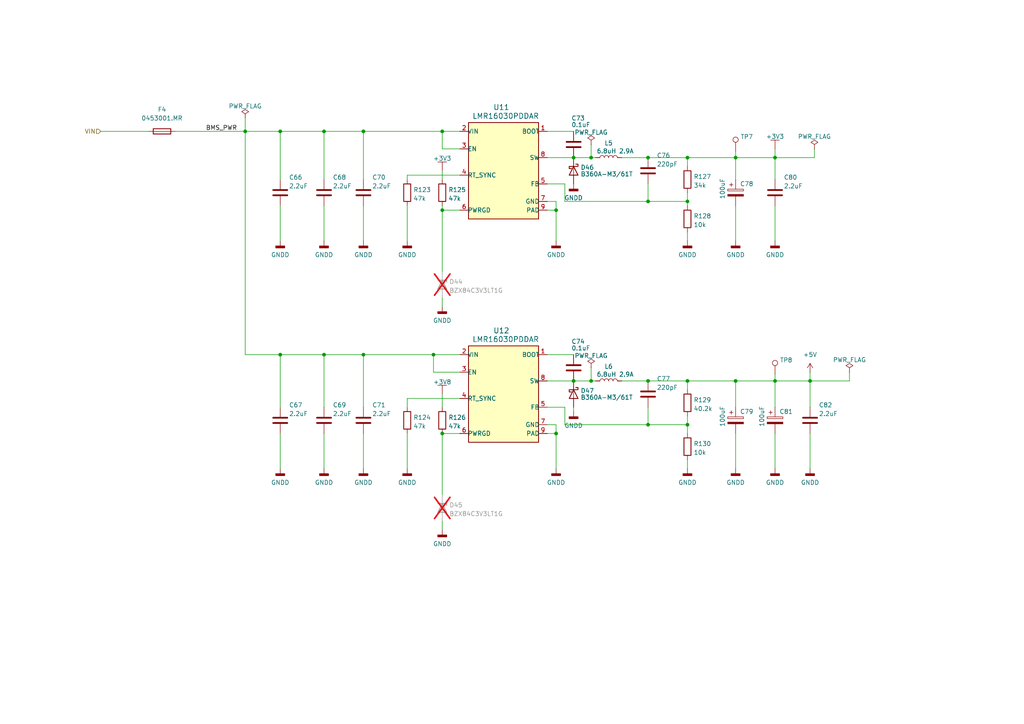
<source format=kicad_sch>
(kicad_sch (version 20250114) (generator "eeschema") (generator_version "9.0")
  (paper "A4")
  (lib_symbols
    (symbol "Connector:TestPoint" (pin_numbers (hide yes)) (pin_names (offset 0.762) (hide yes))
      (property "Reference" "TP" (at 0 6.858 0))
      (property "Value" "TestPoint" (at 0 5.08 0))
      (symbol "TestPoint_0_1"
        (circle (center 0 3.302) (radius 0.762))
      )
      (symbol "TestPoint_1_1"
        (pin passive line (at 0 0 90) (length 2.54) (name "1") (number "1"))
      )
    )
    (symbol "Device:C" (pin_numbers (hide yes)) (pin_names (offset 0.254))
      (property "Reference" "C" (at 0.635 2.54 0))
      (property "Value" "C" (at 0.635 -2.54 0))
      (symbol "C_0_1"
        (polyline (pts (xy -2.032 0.762) (xy 2.032 0.762)) (stroke (width 0.508)))
        (polyline (pts (xy -2.032 -0.762) (xy 2.032 -0.762)) (stroke (width 0.508)))
      )
      (symbol "C_1_1"
        (pin passive line (at 0 3.81 270) (length 2.794) (name "~") (number "1"))
        (pin passive line (at 0 -3.81 90) (length 2.794) (name "~") (number "2"))
      )
    )
    (symbol "Device:C_Polarized" (pin_numbers (hide yes)) (pin_names (offset 0.254))
      (property "Reference" "C" (at 0.635 2.54 0))
      (property "Value" "C_Polarized" (at 0.635 -2.54 0))
      (symbol "C_Polarized_0_1"
        (rectangle (start -2.286 0.508) (end 2.286 1.016))
        (polyline (pts (xy -1.778 2.286) (xy -0.762 2.286)))
        (polyline (pts (xy -1.27 2.794) (xy -1.27 1.778)))
        (rectangle (start 2.286 -0.508) (end -2.286 -1.016) (fill (type outline)))
      )
      (symbol "C_Polarized_1_1"
        (pin passive line (at 0 3.81 270) (length 2.794) (name "~") (number "1"))
        (pin passive line (at 0 -3.81 90) (length 2.794) (name "~") (number "2"))
      )
    )
    (symbol "Device:D_Schottky" (pin_numbers (hide yes)) (pin_names (offset 1.016) (hide yes))
      (property "Reference" "D" (at 0 2.54 0))
      (property "Value" "D_Schottky" (at 0 -2.54 0))
      (symbol "D_Schottky_0_1"
        (polyline (pts (xy -1.905 0.635) (xy -1.905 1.27) (xy -1.27 1.27) (xy -1.27 -1.27) (xy -0.635 -1.27) (xy -0.635 -0.635)) (stroke (width 0.254)))
        (polyline (pts (xy 1.27 1.27) (xy 1.27 -1.27) (xy -1.27 0) (xy 1.27 1.27)) (stroke (width 0.254)))
        (polyline (pts (xy 1.27 0) (xy -1.27 0)))
      )
      (symbol "D_Schottky_1_1"
        (pin passive line (at -3.81 0 0) (length 2.54) (name "K") (number "1"))
        (pin passive line (at 3.81 0 180) (length 2.54) (name "A") (number "2"))
      )
    )
    (symbol "Device:Fuse" (pin_numbers (hide yes)) (pin_names (offset 0))
      (property "Reference" "F" (at 2.032 0 90))
      (property "Value" "Fuse" (at -1.905 0 90))
      (symbol "Fuse_0_1"
        (rectangle (start -0.762 -2.54) (end 0.762 2.54) (stroke (width 0.254)))
        (polyline (pts (xy 0 2.54) (xy 0 -2.54)))
      )
      (symbol "Fuse_1_1"
        (pin passive line (at 0 3.81 270) (length 1.27) (name "~") (number "1"))
        (pin passive line (at 0 -3.81 90) (length 1.27) (name "~") (number "2"))
      )
    )
    (symbol "Device:L" (pin_numbers (hide yes)) (pin_names (offset 1.016) (hide yes))
      (property "Reference" "L" (at -1.27 0 90))
      (property "Value" "L" (at 1.905 0 90))
      (symbol "L_0_1"
        (arc (start 0 2.54) (mid 0.6323 1.905) (end 0 1.27))
        (arc (start 0 1.27) (mid 0.6323 0.635) (end 0 0))
        (arc (start 0 0) (mid 0.6323 -0.635) (end 0 -1.27))
        (arc (start 0 -1.27) (mid 0.6323 -1.905) (end 0 -2.54))
      )
      (symbol "L_1_1"
        (pin passive line (at 0 3.81 270) (length 1.27) (name "1") (number "1"))
        (pin passive line (at 0 -3.81 90) (length 1.27) (name "2") (number "2"))
      )
    )
    (symbol "Device:R" (pin_numbers (hide yes)) (pin_names (offset 0))
      (property "Reference" "R" (at 2.032 0 90))
      (property "Value" "R" (at 0 0 90))
      (symbol "R_0_1"
        (rectangle (start -1.016 -2.54) (end 1.016 2.54) (stroke (width 0.254)))
      )
      (symbol "R_1_1"
        (pin passive line (at 0 3.81 270) (length 1.27) (name "~") (number "1"))
        (pin passive line (at 0 -3.81 90) (length 1.27) (name "~") (number "2"))
      )
    )
    (symbol "Diode:BZX84Cxx" (pin_numbers (hide yes)) (pin_names (hide yes))
      (property "Reference" "D" (at 0 3.81 0))
      (property "Value" "BZX84Cxx" (at 0 -3.81 0))
      (symbol "BZX84Cxx_0_1"
        (polyline (pts (xy -1.27 -1.27) (xy -1.27 1.27) (xy -0.762 1.27)) (stroke (width 0.254)))
        (polyline (pts (xy 1.27 0) (xy -1.27 0)))
        (polyline (pts (xy 1.27 -1.27) (xy 1.27 1.27) (xy -1.27 0) (xy 1.27 -1.27)) (stroke (width 0.254)))
      )
      (symbol "BZX84Cxx_1_1"
        (pin passive line (at -3.81 0 0) (length 2.54) (name "K") (number "3"))
        (pin no_connect line (at 1.27 0 180) (length 2.54) (hide yes) (name "NC") (number "2"))
        (pin passive line (at 3.81 0 180) (length 2.54) (name "A") (number "1"))
      )
    )
    (symbol "LMR16030:LMR16030PDDAR" (pin_names (offset -0.254))
      (property "Reference" "U10" (at -5.715 17.145 0))
      (property "Value" "LMR16030PDDAR" (at -4.445 14.605 0))
      (symbol "LMR16030PDDAR_0_1"
        (rectangle (start -15.24 12.7) (end 5.08 -15.24) (stroke (width 0.254)) (fill (type background)))
      )
      (symbol "LMR16030PDDAR_1_1"
        (pin power_in line (at -17.78 10.16 0) (length 2.54) (name "VIN") (number "2"))
        (pin input line (at -17.78 5.08 0) (length 2.54) (name "EN") (number "3"))
        (pin unspecified line (at -17.78 -2.54 0) (length 2.54) (name "RT_SYNC") (number "4"))
        (pin open_collector line (at -17.78 -12.7 0) (length 2.54) (name "PWRGD") (number "6"))
        (pin unspecified line (at 7.62 10.16 180) (length 2.54) (name "BOOT") (number "1"))
        (pin power_in line (at 7.62 2.54 180) (length 2.54) (name "SW") (number "8"))
        (pin input line (at 7.62 -5.08 180) (length 2.54) (name "FB") (number "5"))
        (pin power_in line (at 7.62 -10.16 180) (length 2.54) (name "GND") (number "7"))
        (pin power_in line (at 7.62 -12.7 180) (length 2.54) (name "PAD") (number "9"))
      )
    )
    (symbol "PWR_FLAG_2" (power) (pin_numbers (hide yes)) (pin_names (offset 0) (hide yes))
      (property "Value" "PWR_FLAG_2" (at 0 3.81 0))
      (symbol "PWR_FLAG_2_0_0"
        (pin power_out line (at 0 0 90) (length 0) (name "pwr") (number "1"))
      )
      (symbol "PWR_FLAG_2_0_1"
        (polyline (pts (xy 0 0) (xy 0 1.27) (xy -1.016 1.905) (xy 0 2.54) (xy 1.016 1.905) (xy 0 1.27)))
      )
    )
    (symbol "PWR_FLAG_3" (power) (pin_numbers (hide yes)) (pin_names (offset 0) (hide yes))
      (property "Value" "PWR_FLAG_3" (at 0 3.81 0))
      (symbol "PWR_FLAG_3_0_0"
        (pin power_out line (at 0 0 90) (length 0) (name "pwr") (number "1"))
      )
      (symbol "PWR_FLAG_3_0_1"
        (polyline (pts (xy 0 0) (xy 0 1.27) (xy -1.016 1.905) (xy 0 2.54) (xy 1.016 1.905) (xy 0 1.27)))
      )
    )
    (symbol "power:+3V3" (power) (pin_names (offset 0))
      (property "Value" "+3V3" (at 0 3.556 0))
      (symbol "+3V3_0_1"
        (polyline (pts (xy -1.27 2.54) (xy 0 2.54)))
        (polyline (pts (xy 0 2.54) (xy 1.27 2.54)))
        (polyline (pts (xy 0 0) (xy 0 2.54)))
      )
      (symbol "+3V3_1_1"
        (pin power_in line (at 0 0 90) (length 0) (hide yes) (name "+3V3") (number "1"))
      )
    )
    (symbol "power:+3V8" (power) (pin_names (offset 0))
      (property "Value" "+3V8" (at 0 3.5019 0))
      (symbol "+3V8_0_1"
        (polyline (pts (xy -1.27 2.54) (xy 0 2.54)))
        (polyline (pts (xy 0 2.54) (xy 1.27 2.54)))
        (polyline (pts (xy 0 0) (xy 0 2.54)))
      )
      (symbol "+3V8_1_1"
        (pin power_in line (at 0 0 90) (length 0) (hide yes) (name "+3V8") (number "1"))
      )
    )
    (symbol "power:+5V" (power) (pin_numbers (hide yes)) (pin_names (offset 0) (hide yes))
      (property "Value" "+5V" (at 0 3.556 0))
      (symbol "+5V_0_1"
        (polyline (pts (xy -0.762 1.27) (xy 0 2.54)))
        (polyline (pts (xy 0 2.54) (xy 0.762 1.27)))
        (polyline (pts (xy 0 0) (xy 0 2.54)))
      )
      (symbol "+5V_1_1"
        (pin power_in line (at 0 0 90) (length 0) (name "~") (number "1"))
      )
    )
    (symbol "power:GND" (power) (pin_names (offset 0))
      (property "Value" "GND" (at 0 -3.175 0))
      (symbol "GND_0_1"
        (rectangle (start -1.27 -1.524) (end 1.27 -2.032) (stroke (width 0.254)) (fill (type outline)))
        (polyline (pts (xy 0 0) (xy 0 -1.524)))
      )
      (symbol "GND_1_1"
        (pin power_in line (at 0 0 270) (length 0) (hide yes) (name "GNDD") (number "1"))
      )
    )
    (symbol "power:PWR_FLAG" (power) (pin_numbers (hide yes)) (pin_names (offset 0) (hide yes))
      (property "Value" "PWR_FLAG" (at 0 3.81 0))
      (symbol "PWR_FLAG_0_0"
        (pin power_out line (at 0 0 90) (length 0) (name "pwr") (number "1"))
      )
      (symbol "PWR_FLAG_0_1"
        (polyline (pts (xy 0 0) (xy 0 1.27) (xy -1.016 1.905) (xy 0 2.54) (xy 1.016 1.905) (xy 0 1.27)))
      )
    )
  )
  (junction (at 81.28 102.87))
  (junction (at 125.73 102.87))
  (junction (at 224.79 110.49))
  (junction (at 187.96 45.72))
  (junction (at 128.27 38.1))
  (junction (at 199.39 45.72))
  (junction (at 171.45 110.49))
  (junction (at 224.79 45.72))
  (junction (at 93.98 38.1))
  (junction (at 105.41 38.1))
  (junction (at 234.95 110.49))
  (junction (at 213.36 110.49))
  (junction (at 187.96 58.42))
  (junction (at 199.39 58.42))
  (junction (at 166.37 110.49))
  (junction (at 171.45 45.72))
  (junction (at 213.36 45.72))
  (junction (at 199.39 123.19))
  (junction (at 161.29 125.73))
  (junction (at 105.41 102.87))
  (junction (at 128.27 125.73))
  (junction (at 71.12 38.1))
  (junction (at 166.37 45.72))
  (junction (at 128.27 60.96))
  (junction (at 161.29 60.96))
  (junction (at 81.28 38.1))
  (junction (at 199.39 110.49))
  (junction (at 187.96 110.49))
  (junction (at 93.98 102.87))
  (junction (at 187.96 123.19))
  (wire (pts (xy 234.95 125.73) (xy 234.95 135.89)))
  (wire (pts (xy 105.41 38.1) (xy 105.41 52.07)))
  (wire (pts (xy 161.29 125.73) (xy 161.29 135.89)))
  (wire (pts (xy 187.96 123.19) (xy 199.39 123.19)))
  (wire (pts (xy 158.75 125.73) (xy 161.29 125.73)))
  (wire (pts (xy 158.75 38.1) (xy 166.37 38.1)))
  (wire (pts (xy 105.41 102.87) (xy 105.41 118.11)))
  (wire (pts (xy 128.27 114.3) (xy 128.27 118.11)))
  (wire (pts (xy 163.83 53.34) (xy 163.83 58.42)))
  (wire (pts (xy 187.96 58.42) (xy 199.39 58.42)))
  (wire (pts (xy 128.27 49.53) (xy 128.27 52.07)))
  (wire (pts (xy 199.39 120.65) (xy 199.39 123.19)))
  (wire (pts (xy 158.75 53.34) (xy 163.83 53.34)))
  (wire (pts (xy 133.35 107.95) (xy 125.73 107.95)))
  (wire (pts (xy 224.79 110.49) (xy 234.95 110.49)))
  (wire (pts (xy 158.75 118.11) (xy 163.83 118.11)))
  (wire (pts (xy 93.98 102.87) (xy 93.98 118.11)))
  (wire (pts (xy 128.27 38.1) (xy 128.27 43.18)))
  (wire (pts (xy 224.79 45.72) (xy 236.22 45.72)))
  (wire (pts (xy 166.37 118.11) (xy 166.37 119.38)))
  (wire (pts (xy 105.41 125.73) (xy 105.41 135.89)))
  (wire (pts (xy 105.41 102.87) (xy 93.98 102.87)))
  (wire (pts (xy 180.34 110.49) (xy 187.96 110.49)))
  (wire (pts (xy 128.27 38.1) (xy 133.35 38.1)))
  (wire (pts (xy 128.27 43.18) (xy 133.35 43.18)))
  (wire (pts (xy 199.39 113.03) (xy 199.39 110.49)))
  (wire (pts (xy 234.95 110.49) (xy 234.95 107.95)))
  (wire (pts (xy 125.73 107.95) (xy 125.73 102.87)))
  (wire (pts (xy 71.12 34.29) (xy 71.12 38.1)))
  (wire (pts (xy 224.79 110.49) (xy 224.79 118.11)))
  (wire (pts (xy 236.22 43.18) (xy 236.22 45.72)))
  (wire (pts (xy 199.39 110.49) (xy 213.36 110.49)))
  (wire (pts (xy 158.75 123.19) (xy 161.29 123.19)))
  (wire (pts (xy 166.37 45.72) (xy 171.45 45.72)))
  (wire (pts (xy 105.41 38.1) (xy 93.98 38.1)))
  (wire (pts (xy 199.39 133.35) (xy 199.39 135.89)))
  (wire (pts (xy 128.27 60.96) (xy 128.27 78.74)))
  (wire (pts (xy 224.79 45.72) (xy 224.79 43.18)))
  (wire (pts (xy 213.36 110.49) (xy 213.36 118.11)))
  (wire (pts (xy 213.36 45.72) (xy 213.36 52.07)))
  (wire (pts (xy 158.75 110.49) (xy 166.37 110.49)))
  (wire (pts (xy 199.39 58.42) (xy 199.39 59.69)))
  (wire (pts (xy 234.95 110.49) (xy 234.95 118.11)))
  (wire (pts (xy 125.73 102.87) (xy 133.35 102.87)))
  (wire (pts (xy 199.39 123.19) (xy 199.39 125.73)))
  (wire (pts (xy 118.11 50.8) (xy 133.35 50.8)))
  (wire (pts (xy 171.45 106.68) (xy 171.45 110.49)))
  (wire (pts (xy 93.98 38.1) (xy 81.28 38.1)))
  (wire (pts (xy 105.41 59.69) (xy 105.41 69.85)))
  (wire (pts (xy 213.36 43.815) (xy 213.36 45.72)))
  (wire (pts (xy 71.12 102.87) (xy 81.28 102.87)))
  (wire (pts (xy 187.96 45.72) (xy 199.39 45.72)))
  (wire (pts (xy 128.27 38.1) (xy 105.41 38.1)))
  (wire (pts (xy 81.28 38.1) (xy 81.28 52.07)))
  (wire (pts (xy 199.39 48.26) (xy 199.39 45.72)))
  (wire (pts (xy 171.45 41.91) (xy 171.45 45.72)))
  (wire (pts (xy 224.79 45.72) (xy 224.79 52.07)))
  (wire (pts (xy 199.39 45.72) (xy 213.36 45.72)))
  (wire (pts (xy 128.27 60.96) (xy 133.35 60.96)))
  (wire (pts (xy 71.12 38.1) (xy 81.28 38.1)))
  (wire (pts (xy 171.45 45.72) (xy 172.72 45.72)))
  (wire (pts (xy 163.83 58.42) (xy 187.96 58.42)))
  (wire (pts (xy 158.75 60.96) (xy 161.29 60.96)))
  (wire (pts (xy 128.27 151.13) (xy 128.27 153.67)))
  (wire (pts (xy 246.38 107.95) (xy 246.38 110.49)))
  (wire (pts (xy 118.11 59.69) (xy 118.11 69.85)))
  (wire (pts (xy 128.27 125.73) (xy 133.35 125.73)))
  (wire (pts (xy 81.28 125.73) (xy 81.28 135.89)))
  (wire (pts (xy 118.11 50.8) (xy 118.11 52.07)))
  (wire (pts (xy 187.96 110.49) (xy 199.39 110.49)))
  (wire (pts (xy 158.75 45.72) (xy 166.37 45.72)))
  (wire (pts (xy 171.45 110.49) (xy 172.72 110.49)))
  (wire (pts (xy 224.79 108.585) (xy 224.79 110.49)))
  (wire (pts (xy 93.98 38.1) (xy 93.98 52.07)))
  (wire (pts (xy 161.29 60.96) (xy 161.29 69.85)))
  (wire (pts (xy 224.79 59.69) (xy 224.79 69.85)))
  (wire (pts (xy 166.37 110.49) (xy 171.45 110.49)))
  (wire (pts (xy 163.83 123.19) (xy 187.96 123.19)))
  (wire (pts (xy 128.27 86.36) (xy 128.27 88.9)))
  (wire (pts (xy 234.95 110.49) (xy 246.38 110.49)))
  (wire (pts (xy 224.79 125.73) (xy 224.79 135.89)))
  (wire (pts (xy 161.29 123.19) (xy 161.29 125.73)))
  (wire (pts (xy 199.39 67.31) (xy 199.39 69.85)))
  (wire (pts (xy 93.98 59.69) (xy 93.98 69.85)))
  (wire (pts (xy 199.39 55.88) (xy 199.39 58.42)))
  (wire (pts (xy 81.28 102.87) (xy 81.28 118.11)))
  (wire (pts (xy 213.36 125.73) (xy 213.36 135.89)))
  (wire (pts (xy 71.12 38.1) (xy 71.12 102.87)))
  (wire (pts (xy 105.41 102.87) (xy 125.73 102.87)))
  (wire (pts (xy 163.83 118.11) (xy 163.83 123.19)))
  (wire (pts (xy 50.8 38.1) (xy 71.12 38.1)))
  (wire (pts (xy 187.96 118.11) (xy 187.96 123.19)))
  (wire (pts (xy 187.96 53.34) (xy 187.96 58.42)))
  (wire (pts (xy 93.98 102.87) (xy 81.28 102.87)))
  (wire (pts (xy 180.34 45.72) (xy 187.96 45.72)))
  (wire (pts (xy 161.29 58.42) (xy 161.29 60.96)))
  (wire (pts (xy 93.98 125.73) (xy 93.98 135.89)))
  (wire (pts (xy 81.28 59.69) (xy 81.28 69.85)))
  (wire (pts (xy 128.27 59.69) (xy 128.27 60.96)))
  (wire (pts (xy 118.11 125.73) (xy 118.11 135.89)))
  (wire (pts (xy 29.21 38.1) (xy 43.18 38.1)))
  (wire (pts (xy 128.27 125.73) (xy 128.27 143.51)))
  (wire (pts (xy 213.36 59.69) (xy 213.36 69.85)))
  (wire (pts (xy 118.11 115.57) (xy 118.11 118.11)))
  (wire (pts (xy 213.36 45.72) (xy 224.79 45.72)))
  (wire (pts (xy 158.75 58.42) (xy 161.29 58.42)))
  (wire (pts (xy 213.36 110.49) (xy 224.79 110.49)))
  (wire (pts (xy 118.11 115.57) (xy 133.35 115.57)))
  (wire (pts (xy 158.75 102.87) (xy 166.37 102.87)))
  (label "BMS_PWR" (at 59.69 38.1 0))
  (hierarchical_label "VIN" (shape input) (at 29.21 38.1 180))
  (symbol (lib_id "LMR16030:LMR16030PDDAR") (at 151.13 113.03 0) (unit 1)
    (property "Reference" "U12" (at 145.415 95.885 0) (effects (font (size 1.524 1.524))))
    (property "Value" "LMR16030PDDAR" (at 146.685 98.425 0) (effects (font (size 1.524 1.524))))
    (property "Footprint" "LMR16030PDDAR:LMR16030PDDAR" (effects (hide yes)))
    (property "Description" "Buck Switching Regulator IC Positive Adjustable 0.8V 1 Output 3A 8-PowerSOIC" (effects (hide yes)))
    (property "Manufacturer" "Texas Instruments" (effects (hide yes)))
    (property "Manufacturer Product Number" "LMR16030PDDAR" (effects (hide yes)))
  )
  (symbol (lib_id "power:GND") (at 224.79 135.89 0) (unit 1)
    (property "Reference" "#PWR0131" (effects (hide yes)))
    (property "Value" "GNDD" (at 224.79 139.9524 0))
  )
  (symbol (lib_id "Device:C") (at 93.98 55.88 0) (unit 1)
    (property "Reference" "C68" (at 96.52 51.435 0) (effects (justify left)))
    (property "Value" "2.2uF" (at 96.52 53.975 0) (effects (justify left)))
    (property "Footprint" "Capacitor_SMD:C_0805_2012Metric" (effects (hide yes)))
    (property "Datasheet" "https://search.murata.co.jp/Ceramy/image/img/A01X/G101/ENG/GRM21BD72A225ME01-01A.pdf" (effects (hide yes)))
    (property "Description" "CAP CER 2.2UF 100V X7T 0805" (effects (hide yes)))
    (property "Manufacturer" "Murata Electronics" (effects (hide yes)))
    (property "Manufacturer Product Number" "GRM21BD72A225ME01K" (effects (hide yes)))
  )
  (symbol (lib_id "power:GND") (at 166.37 53.34 0) (unit 1)
    (property "Reference" "#PWR083" (effects (hide yes)))
    (property "Value" "GNDD" (at 166.37 57.4024 0))
  )
  (symbol (lib_id "Device:C") (at 81.28 121.92 0) (unit 1)
    (property "Reference" "C67" (at 83.82 117.475 0) (effects (justify left)))
    (property "Value" "2.2uF" (at 83.82 120.015 0) (effects (justify left)))
    (property "Footprint" "Capacitor_SMD:C_0805_2012Metric" (effects (hide yes)))
    (property "Datasheet" "https://search.murata.co.jp/Ceramy/image/img/A01X/G101/ENG/GRM21BD72A225ME01-01A.pdf" (effects (hide yes)))
    (property "Description" "CAP CER 2.2UF 100V X7T 0805" (effects (hide yes)))
    (property "Manufacturer" "Murata Electronics" (effects (hide yes)))
    (property "Manufacturer Product Number" "GRM21BD72A225ME01K" (effects (hide yes)))
  )
  (symbol (lib_id "power:GND") (at 105.41 69.85 0) (unit 1)
    (property "Reference" "#PWR0111" (effects (hide yes)))
    (property "Value" "GNDD" (at 105.41 73.9124 0))
  )
  (symbol (lib_id "Diode:BZX84Cxx") (at 128.27 147.32 270) (unit 1) (in_bom no) (dnp yes)
    (property "Reference" "D45" (at 130.302 146.4853 90) (effects (justify left)))
    (property "Value" "BZX84C3V3LT1G" (at 130.302 149.0222 90) (effects (justify left)))
    (property "Footprint" "Package_TO_SOT_SMD:SOT-23" (effects (hide yes)))
    (property "Datasheet" "https://diotec.com/tl_files/diotec/files/pdf/datasheets/bzx84c2v4.pdf" (effects (hide yes)))
    (property "Description" "Zener Diode 3.3 V 250 mW ±6% Surface Mount SOT-23-3 (TO-236)" (effects (hide yes)))
    (property "Manufacturer" "onsemi" (effects (hide yes)))
    (property "Manufacturer Product Number" "BZX84C3V3LT1G" (effects (hide yes)))
  )
  (symbol (lib_id "Device:R") (at 118.11 121.92 0) (unit 1)
    (property "Reference" "R124" (at 119.888 121.0853 0) (effects (justify left)))
    (property "Value" "47k" (at 119.888 123.6222 0) (effects (justify left)))
    (property "Footprint" "Resistor_SMD:R_0603_1608Metric" (effects (hide yes)))
    (property "Description" "RES 47k OHM 1% 1/4W 0603" (effects (hide yes)))
    (property "Manufacturer" "TE Connectivity Passive Product" (effects (hide yes)))
  )
  (symbol (lib_id "Device:C") (at 166.37 41.91 0) (unit 1)
    (property "Reference" "C73" (at 165.735 34.29 0) (effects (justify left)))
    (property "Value" "0.1uF" (at 165.735 36.195 0) (effects (justify left)))
    (property "Footprint" "Capacitor_SMD:C_0603_1608Metric" (effects (hide yes)))
    (property "Description" "0.1 µF ±10% 100V Ceramic Capacitor X7R 0603 (1608 Metric)" (effects (hide yes)))
    (property "Manufacturer" "Murata Electronics" (effects (hide yes)))
    (property "Manufacturer Product Number" "GRM188R72A104KA35D" (effects (hide yes)))
  )
  (symbol (lib_id "Device:C") (at 187.96 114.3 0) (unit 1)
    (property "Reference" "C77" (at 190.5 109.855 0) (effects (justify left)))
    (property "Value" "220pF" (at 190.5 112.395 0) (effects (justify left)))
    (property "Footprint" "Capacitor_SMD:C_0402_1005Metric" (effects (hide yes)))
    (property "Description" "CAP CER 220PF 25V C0G/NPO 0402" (effects (hide yes)))
    (property "Manufacturer" "YAGEO" (effects (hide yes)))
    (property "Manufacturer Product Number" "CC0402JRNPO8BN221" (effects (hide yes)))
  )
  (symbol (lib_id "power:GND") (at 199.39 135.89 0) (unit 1)
    (property "Reference" "#PWR0126" (effects (hide yes)))
    (property "Value" "GNDD" (at 199.39 139.9524 0))
  )
  (symbol (lib_id "power:GND") (at 93.98 135.89 0) (unit 1)
    (property "Reference" "#PWR0109" (effects (hide yes)))
    (property "Value" "GNDD" (at 93.98 139.9524 0))
  )
  (symbol (lib_id "Device:L") (at 176.53 110.49 90) (unit 1)
    (property "Reference" "L6" (at 176.53 106.2822 90))
    (property "Value" "6.8uH 2.9A" (at 178.435 108.585 90))
    (property "Footprint" "Inductor_SMD:L_7.3x7.3_H3.5" (effects (hide yes)))
    (property "Description" "FIXED IND 6.8UH 2.9A 41 MOHM SMD" (effects (hide yes)))
    (property "Manufacturer" "Würth Elektronik" (effects (hide yes)))
    (property "Manufacturer Product Number" "7447783068" (effects (hide yes)))
  )
  (symbol (lib_id "Device:R") (at 199.39 116.84 0) (unit 1)
    (property "Reference" "R129" (at 201.168 116.0053 0) (effects (justify left)))
    (property "Value" "40.2k" (at 201.168 118.5422 0) (effects (justify left)))
    (property "Footprint" "Resistor_SMD:R_0603_1608Metric" (effects (hide yes)))
    (property "Description" "RES SMD 40.2K OHM 1% 1/16W 0603" (effects (hide yes)))
    (property "Manufacturer" "TE Connectivity Passive Product" (effects (hide yes)))
  )
  (symbol (lib_id "Device:C") (at 105.41 55.88 0) (unit 1)
    (property "Reference" "C70" (at 107.95 51.435 0) (effects (justify left)))
    (property "Value" "2.2uF" (at 107.95 53.975 0) (effects (justify left)))
    (property "Footprint" "Capacitor_SMD:C_0805_2012Metric" (effects (hide yes)))
    (property "Datasheet" "https://search.murata.co.jp/Ceramy/image/img/A01X/G101/ENG/GRM21BD72A225ME01-01A.pdf" (effects (hide yes)))
    (property "Description" "CAP CER 2.2UF 100V X7T 0805" (effects (hide yes)))
    (property "Manufacturer" "Murata Electronics" (effects (hide yes)))
    (property "Manufacturer Product Number" "GRM21BD72A225ME01K" (effects (hide yes)))
  )
  (symbol (lib_id "power:GND") (at 166.37 119.38 0) (unit 1)
    (property "Reference" "#PWR084" (effects (hide yes)))
    (property "Value" "GNDD" (at 166.37 123.4424 0))
  )
  (symbol (lib_id "power:PWR_FLAG") (at 236.22 43.18 0) (unit 1)
    (property "Reference" "#FLG017" (effects (hide yes)))
    (property "Value" "PWR_FLAG" (at 236.22 39.6042 0))
  )
  (symbol (lib_id "power:GND") (at 93.98 69.85 0) (unit 1)
    (property "Reference" "#PWR0108" (effects (hide yes)))
    (property "Value" "GNDD" (at 93.98 73.9124 0))
  )
  (symbol (lib_id "power:+3V3") (at 128.27 49.53 0) (unit 1)
    (property "Reference" "#PWR0199" (effects (hide yes)))
    (property "Value" "+3V3" (at 128.27 45.9542 0))
  )
  (symbol (lib_id "Device:C_Polarized") (at 213.36 121.92 0) (unit 1)
    (property "Reference" "C79" (at 214.63 119.38 0) (effects (justify left)))
    (property "Value" "100uF" (at 209.55 123.825 90) (effects (justify left)))
    (property "Footprint" "Capacitor_SMD:CP_Elec_5x5.3" (effects (hide yes)))
    (property "Datasheet" "https://www.we-online.com/katalog/datasheet/875105142005.pdf" (effects (hide yes)))
    (property "Description" "CAP ALUM POLY 100UF 20% 6.3V SMD" (effects (hide yes)))
    (property "Manufacturer" "Würth Elektronik" (effects (hide yes)))
    (property "Manufacturer Product Number" "875105142005" (effects (hide yes)))
  )
  (symbol (lib_id "Device:D_Schottky") (at 166.37 114.3 270) (unit 1)
    (property "Reference" "D47" (at 168.402 113.3388 90) (effects (justify left)))
    (property "Value" "B360A-M3/61T" (at 168.402 115.2598 90) (effects (justify left)))
    (property "Footprint" "Diode_SMD:D_SMA" (effects (hide yes)))
    (property "Description" "DIODE SCHOTTKY 60V 3A DO214AC" (effects (hide yes)))
    (property "Manufacturer" "Vishay General Semiconductor" (effects (hide yes)))
    (property "Manufacturer Product Number" "B360A-M3/61T" (effects (hide yes)))
  )
  (symbol (lib_name "PWR_FLAG_3") (lib_id "power:PWR_FLAG") (at 171.45 41.91 0) (unit 1)
    (property "Reference" "#FLG015" (effects (hide yes)))
    (property "Value" "PWR_FLAG" (at 171.45 38.4081 0))
  )
  (symbol (lib_id "power:+5V") (at 234.95 107.95 0) (unit 1)
    (property "Reference" "#PWR085" (effects (hide yes)))
    (property "Value" "+5V" (at 234.95 102.87 0))
    (property "Description" "Power symbol creates a global label with name \"+5V\"" (effects (hide yes)))
  )
  (symbol (lib_id "Device:R") (at 199.39 129.54 0) (unit 1)
    (property "Reference" "R130" (at 201.168 128.7053 0) (effects (justify left)))
    (property "Value" "10k" (at 201.168 131.2422 0) (effects (justify left)))
    (property "Footprint" "Resistor_SMD:R_0603_1608Metric" (effects (hide yes)))
    (property "Description" "RES 10k OHM 1% 1/4W 0603" (effects (hide yes)))
    (property "Manufacturer" "TE Connectivity Passive Product" (effects (hide yes)))
  )
  (symbol (lib_id "Device:R") (at 199.39 52.07 0) (unit 1)
    (property "Reference" "R127" (at 201.168 51.2353 0) (effects (justify left)))
    (property "Value" "34k" (at 201.168 53.7722 0) (effects (justify left)))
    (property "Footprint" "Resistor_SMD:R_0603_1608Metric" (effects (hide yes)))
    (property "Description" "RES 34k OHM 1% 1/4W 0603" (effects (hide yes)))
    (property "Manufacturer" "TE Connectivity Passive Product" (effects (hide yes)))
  )
  (symbol (lib_id "power:GND") (at 213.36 135.89 0) (unit 1)
    (property "Reference" "#PWR0128" (effects (hide yes)))
    (property "Value" "GNDD" (at 213.36 139.9524 0))
  )
  (symbol (lib_id "power:GND") (at 118.11 69.85 0) (unit 1)
    (property "Reference" "#PWR0113" (effects (hide yes)))
    (property "Value" "GNDD" (at 118.11 73.9124 0))
  )
  (symbol (lib_id "Device:C") (at 81.28 55.88 0) (unit 1)
    (property "Reference" "C66" (at 83.82 51.435 0) (effects (justify left)))
    (property "Value" "2.2uF" (at 83.82 53.975 0) (effects (justify left)))
    (property "Footprint" "Capacitor_SMD:C_0805_2012Metric" (effects (hide yes)))
    (property "Datasheet" "https://search.murata.co.jp/Ceramy/image/img/A01X/G101/ENG/GRM21BD72A225ME01-01A.pdf" (effects (hide yes)))
    (property "Description" "CAP CER 2.2UF 100V X7T 0805" (effects (hide yes)))
    (property "Manufacturer" "Murata Electronics" (effects (hide yes)))
    (property "Manufacturer Product Number" "GRM21BD72A225ME01K" (effects (hide yes)))
  )
  (symbol (lib_name "PWR_FLAG_3") (lib_id "power:PWR_FLAG") (at 171.45 106.68 0) (unit 1)
    (property "Reference" "#FLG016" (effects (hide yes)))
    (property "Value" "PWR_FLAG" (at 171.45 103.1781 0))
  )
  (symbol (lib_id "Device:C_Polarized") (at 224.79 121.92 0) (unit 1)
    (property "Reference" "C81" (at 226.06 119.38 0) (effects (justify left)))
    (property "Value" "100uF" (at 220.98 123.825 90) (effects (justify left)))
    (property "Footprint" "Capacitor_SMD:CP_Elec_5x5.3" (effects (hide yes)))
    (property "Datasheet" "https://www.we-online.com/katalog/datasheet/875105142005.pdf" (effects (hide yes)))
    (property "Description" "CAP ALUM POLY 100UF 20% 6.3V SMD" (effects (hide yes)))
    (property "Manufacturer" "Würth Elektronik" (effects (hide yes)))
    (property "Manufacturer Product Number" "875105142005" (effects (hide yes)))
  )
  (symbol (lib_id "Device:R") (at 128.27 121.92 0) (unit 1)
    (property "Reference" "R126" (at 130.048 121.0853 0) (effects (justify left)))
    (property "Value" "47k" (at 130.048 123.6222 0) (effects (justify left)))
    (property "Footprint" "Resistor_SMD:R_0603_1608Metric" (effects (hide yes)))
    (property "Description" "RES 47k OHM 1% 1/4W 0603" (effects (hide yes)))
    (property "Manufacturer" "TE Connectivity Passive Product" (effects (hide yes)))
  )
  (symbol (lib_id "Device:D_Schottky") (at 166.37 49.53 270) (unit 1)
    (property "Reference" "D46" (at 168.402 48.5688 90) (effects (justify left)))
    (property "Value" "B360A-M3/61T" (at 168.402 50.4898 90) (effects (justify left)))
    (property "Footprint" "Diode_SMD:D_SMA" (effects (hide yes)))
    (property "Description" "DIODE SCHOTTKY 60V 3A DO214AC" (effects (hide yes)))
    (property "Manufacturer" "Vishay General Semiconductor" (effects (hide yes)))
    (property "Manufacturer Product Number" "B360A-M3/61T" (effects (hide yes)))
  )
  (symbol (lib_id "Connector:TestPoint") (at 224.79 108.585 0) (unit 1) (in_bom no)
    (property "Reference" "TP8" (at 226.187 104.4483 0) (effects (justify left)))
    (property "Value" "TestPoint" (effects (hide yes)))
    (property "Footprint" "TestPoint:TestPoint_Pad_D1.0mm" (effects (hide yes)))
  )
  (symbol (lib_id "power:GND") (at 128.27 88.9 0) (unit 1)
    (property "Reference" "#PWR0115" (effects (hide yes)))
    (property "Value" "GNDD" (at 128.27 92.9624 0))
  )
  (symbol (lib_id "power:GND") (at 105.41 135.89 0) (unit 1)
    (property "Reference" "#PWR0112" (effects (hide yes)))
    (property "Value" "GNDD" (at 105.41 139.9524 0))
  )
  (symbol (lib_id "power:+3V8") (at 128.27 114.3 0) (unit 1)
    (property "Reference" "#PWR0200" (effects (hide yes)))
    (property "Value" "+3V8" (at 128.27 110.7981 0))
  )
  (symbol (lib_id "power:GND") (at 161.29 69.85 0) (unit 1)
    (property "Reference" "#PWR0121" (effects (hide yes)))
    (property "Value" "GNDD" (at 161.29 73.9124 0))
  )
  (symbol (lib_id "power:GND") (at 81.28 135.89 0) (unit 1)
    (property "Reference" "#PWR0107" (effects (hide yes)))
    (property "Value" "GNDD" (at 81.28 139.9524 0))
  )
  (symbol (lib_id "power:GND") (at 128.27 153.67 0) (unit 1)
    (property "Reference" "#PWR0116" (effects (hide yes)))
    (property "Value" "GNDD" (at 128.27 157.7324 0))
  )
  (symbol (lib_id "Device:R") (at 199.39 63.5 0) (unit 1)
    (property "Reference" "R128" (at 201.168 62.6653 0) (effects (justify left)))
    (property "Value" "10k" (at 201.168 65.2022 0) (effects (justify left)))
    (property "Footprint" "Resistor_SMD:R_0603_1608Metric" (effects (hide yes)))
    (property "Description" "RES 10k OHM 1% 1/4W 0603" (effects (hide yes)))
    (property "Manufacturer" "TE Connectivity Passive Product" (effects (hide yes)))
  )
  (symbol (lib_id "power:GND") (at 81.28 69.85 0) (unit 1)
    (property "Reference" "#PWR0106" (effects (hide yes)))
    (property "Value" "GNDD" (at 81.28 73.9124 0))
  )
  (symbol (lib_id "Device:Fuse") (at 46.99 38.1 90) (unit 1)
    (property "Reference" "F4" (at 46.99 31.75 90))
    (property "Value" "0453001.MR" (at 46.99 34.29 90))
    (property "Footprint" "Fuse:Fuse_2512_6332Metric" (effects (hide yes)))
    (property "Description" "FUSE BRD MNT 1A 125VAC/VDC 2SMD" (effects (hide yes)))
    (property "Manufacturer" "Littelfuse Inc." (effects (hide yes)))
    (property "Manufacturer Product Number" "0453001.MR" (effects (hide yes)))
  )
  (symbol (lib_id "Device:C_Polarized") (at 213.36 55.88 0) (unit 1)
    (property "Reference" "C78" (at 214.63 53.34 0) (effects (justify left)))
    (property "Value" "100uF" (at 209.55 57.785 90) (effects (justify left)))
    (property "Footprint" "Capacitor_SMD:CP_Elec_5x5.3" (effects (hide yes)))
    (property "Datasheet" "https://www.we-online.com/katalog/datasheet/875105142005.pdf" (effects (hide yes)))
    (property "Description" "CAP ALUM POLY 100UF 20% 6.3V SMD" (effects (hide yes)))
    (property "Manufacturer" "Würth Elektronik" (effects (hide yes)))
    (property "Manufacturer Product Number" "875105142005" (effects (hide yes)))
  )
  (symbol (lib_id "Device:C") (at 234.95 121.92 0) (unit 1)
    (property "Reference" "C82" (at 237.49 117.475 0) (effects (justify left)))
    (property "Value" "2.2uF" (at 237.49 120.015 0) (effects (justify left)))
    (property "Footprint" "Capacitor_SMD:C_0805_2012Metric" (effects (hide yes)))
    (property "Datasheet" "https://search.murata.co.jp/Ceramy/image/img/A01X/G101/ENG/GRM21BD72A225ME01-01A.pdf" (effects (hide yes)))
    (property "Description" "CAP CER 2.2UF 100V X7T 0805" (effects (hide yes)))
    (property "Manufacturer" "Murata Electronics" (effects (hide yes)))
    (property "Manufacturer Product Number" "GRM21BD72A225ME01K" (effects (hide yes)))
  )
  (symbol (lib_id "LMR16030:LMR16030PDDAR") (at 151.13 48.26 0) (unit 1)
    (property "Reference" "U11" (at 145.415 31.115 0) (effects (font (size 1.524 1.524))))
    (property "Value" "LMR16030PDDAR" (at 146.685 33.655 0) (effects (font (size 1.524 1.524))))
    (property "Footprint" "LMR16030PDDAR:LMR16030PDDAR" (effects (hide yes)))
    (property "Description" "Buck Switching Regulator IC Positive Adjustable 0.8V 1 Output 3A 8-PowerSOIC" (effects (hide yes)))
    (property "Manufacturer" "Texas Instruments" (effects (hide yes)))
    (property "Manufacturer Product Number" "LMR16030PDDAR" (effects (hide yes)))
  )
  (symbol (lib_id "power:GND") (at 118.11 135.89 0) (unit 1)
    (property "Reference" "#PWR0114" (effects (hide yes)))
    (property "Value" "GNDD" (at 118.11 139.9524 0))
  )
  (symbol (lib_id "Device:C") (at 93.98 121.92 0) (unit 1)
    (property "Reference" "C69" (at 96.52 117.475 0) (effects (justify left)))
    (property "Value" "2.2uF" (at 96.52 120.015 0) (effects (justify left)))
    (property "Footprint" "Capacitor_SMD:C_0805_2012Metric" (effects (hide yes)))
    (property "Datasheet" "https://search.murata.co.jp/Ceramy/image/img/A01X/G101/ENG/GRM21BD72A225ME01-01A.pdf" (effects (hide yes)))
    (property "Description" "CAP CER 2.2UF 100V X7T 0805" (effects (hide yes)))
    (property "Manufacturer" "Murata Electronics" (effects (hide yes)))
    (property "Manufacturer Product Number" "GRM21BD72A225ME01K" (effects (hide yes)))
  )
  (symbol (lib_id "Device:C") (at 187.96 49.53 0) (unit 1)
    (property "Reference" "C76" (at 190.5 45.085 0) (effects (justify left)))
    (property "Value" "220pF" (at 190.5 47.625 0) (effects (justify left)))
    (property "Footprint" "Capacitor_SMD:C_0402_1005Metric" (effects (hide yes)))
    (property "Description" "CAP CER 220PF 25V C0G/NPO 0402" (effects (hide yes)))
    (property "Manufacturer" "YAGEO" (effects (hide yes)))
    (property "Manufacturer Product Number" "CC0402JRNPO8BN221" (effects (hide yes)))
  )
  (symbol (lib_id "Device:C") (at 224.79 55.88 0) (unit 1)
    (property "Reference" "C80" (at 227.33 51.435 0) (effects (justify left)))
    (property "Value" "2.2uF" (at 227.33 53.975 0) (effects (justify left)))
    (property "Footprint" "Capacitor_SMD:C_0805_2012Metric" (effects (hide yes)))
    (property "Datasheet" "https://search.murata.co.jp/Ceramy/image/img/A01X/G101/ENG/GRM21BD72A225ME01-01A.pdf" (effects (hide yes)))
    (property "Description" "CAP CER 2.2UF 100V X7T 0805" (effects (hide yes)))
    (property "Manufacturer" "Murata Electronics" (effects (hide yes)))
    (property "Manufacturer Product Number" "GRM21BD72A225ME01K" (effects (hide yes)))
  )
  (symbol (lib_id "power:GND") (at 234.95 135.89 0) (unit 1)
    (property "Reference" "#PWR0133" (effects (hide yes)))
    (property "Value" "GNDD" (at 234.95 139.9524 0))
  )
  (symbol (lib_id "Device:L") (at 176.53 45.72 90) (unit 1)
    (property "Reference" "L5" (at 176.53 41.5122 90))
    (property "Value" "6.8uH 2.9A" (at 178.435 43.815 90))
    (property "Footprint" "Inductor_SMD:L_7.3x7.3_H3.5" (effects (hide yes)))
    (property "Description" "FIXED IND 6.8UH 2.9A 41 MOHM SMD" (effects (hide yes)))
    (property "Manufacturer" "Würth Elektronik" (effects (hide yes)))
    (property "Manufacturer Product Number" "7447783068" (effects (hide yes)))
  )
  (symbol (lib_id "power:+3V3") (at 224.79 43.18 0) (unit 1)
    (property "Reference" "#PWR0129" (effects (hide yes)))
    (property "Value" "+3V3" (at 224.79 39.6042 0))
  )
  (symbol (lib_id "Diode:BZX84Cxx") (at 128.27 82.55 270) (unit 1) (in_bom no) (dnp yes)
    (property "Reference" "D44" (at 130.302 81.7153 90) (effects (justify left)))
    (property "Value" "BZX84C3V3LT1G" (at 130.302 84.2522 90) (effects (justify left)))
    (property "Footprint" "Package_TO_SOT_SMD:SOT-23" (effects (hide yes)))
    (property "Datasheet" "https://diotec.com/tl_files/diotec/files/pdf/datasheets/bzx84c2v4.pdf" (effects (hide yes)))
    (property "Description" "Zener Diode 3.3 V 250 mW ±6% Surface Mount SOT-23-3 (TO-236)" (effects (hide yes)))
    (property "Manufacturer" "onsemi" (effects (hide yes)))
    (property "Manufacturer Product Number" "BZX84C3V3LT1G" (effects (hide yes)))
  )
  (symbol (lib_id "Device:C") (at 166.37 106.68 0) (unit 1)
    (property "Reference" "C74" (at 165.735 99.06 0) (effects (justify left)))
    (property "Value" "0.1uF" (at 165.735 100.965 0) (effects (justify left)))
    (property "Footprint" "Capacitor_SMD:C_0603_1608Metric" (effects (hide yes)))
    (property "Description" "0.1 µF ±10% 100V Ceramic Capacitor X7R 0603 (1608 Metric)" (effects (hide yes)))
    (property "Manufacturer" "Murata Electronics" (effects (hide yes)))
    (property "Manufacturer Product Number" "GRM188R72A104KA35D" (effects (hide yes)))
  )
  (symbol (lib_id "Connector:TestPoint") (at 213.36 43.815 0) (unit 1) (in_bom no)
    (property "Reference" "TP7" (at 214.757 39.6783 0) (effects (justify left)))
    (property "Value" "TestPoint" (effects (hide yes)))
    (property "Footprint" "TestPoint:TestPoint_Pad_D1.0mm" (effects (hide yes)))
  )
  (symbol (lib_id "Device:C") (at 105.41 121.92 0) (unit 1)
    (property "Reference" "C71" (at 107.95 117.475 0) (effects (justify left)))
    (property "Value" "2.2uF" (at 107.95 120.015 0) (effects (justify left)))
    (property "Footprint" "Capacitor_SMD:C_0805_2012Metric" (effects (hide yes)))
    (property "Datasheet" "https://search.murata.co.jp/Ceramy/image/img/A01X/G101/ENG/GRM21BD72A225ME01-01A.pdf" (effects (hide yes)))
    (property "Description" "CAP CER 2.2UF 100V X7T 0805" (effects (hide yes)))
    (property "Manufacturer" "Murata Electronics" (effects (hide yes)))
    (property "Manufacturer Product Number" "GRM21BD72A225ME01K" (effects (hide yes)))
  )
  (symbol (lib_id "Device:R") (at 118.11 55.88 0) (unit 1)
    (property "Reference" "R123" (at 119.888 55.0453 0) (effects (justify left)))
    (property "Value" "47k" (at 119.888 57.5822 0) (effects (justify left)))
    (property "Footprint" "Resistor_SMD:R_0603_1608Metric" (effects (hide yes)))
    (property "Description" "RES 47k OHM 1% 1/4W 0603" (effects (hide yes)))
    (property "Manufacturer" "TE Connectivity Passive Product" (effects (hide yes)))
  )
  (symbol (lib_id "Device:R") (at 128.27 55.88 0) (unit 1)
    (property "Reference" "R125" (at 130.048 55.0453 0) (effects (justify left)))
    (property "Value" "47k" (at 130.048 57.5822 0) (effects (justify left)))
    (property "Footprint" "Resistor_SMD:R_0603_1608Metric" (effects (hide yes)))
    (property "Description" "RES 47k OHM 1% 1/4W 0603" (effects (hide yes)))
    (property "Manufacturer" "TE Connectivity Passive Product" (effects (hide yes)))
  )
  (symbol (lib_id "power:PWR_FLAG") (at 246.38 107.95 0) (unit 1)
    (property "Reference" "#FLG018" (effects (hide yes)))
    (property "Value" "PWR_FLAG" (at 246.38 104.3742 0))
  )
  (symbol (lib_id "power:GND") (at 161.29 135.89 0) (unit 1)
    (property "Reference" "#PWR0122" (effects (hide yes)))
    (property "Value" "GNDD" (at 161.29 139.9524 0))
  )
  (symbol (lib_name "PWR_FLAG_2") (lib_id "power:PWR_FLAG") (at 71.12 34.29 0) (unit 1)
    (property "Reference" "#FLG014" (effects (hide yes)))
    (property "Value" "PWR_FLAG" (at 71.12 30.7881 0))
  )
  (symbol (lib_id "power:GND") (at 224.79 69.85 0) (unit 1)
    (property "Reference" "#PWR0130" (effects (hide yes)))
    (property "Value" "GNDD" (at 224.79 73.9124 0))
  )
  (symbol (lib_id "power:GND") (at 213.36 69.85 0) (unit 1)
    (property "Reference" "#PWR0127" (effects (hide yes)))
    (property "Value" "GNDD" (at 213.36 73.9124 0))
  )
  (symbol (lib_id "power:GND") (at 199.39 69.85 0) (unit 1)
    (property "Reference" "#PWR0125" (effects (hide yes)))
    (property "Value" "GNDD" (at 199.39 73.9124 0))
  )
)
</source>
